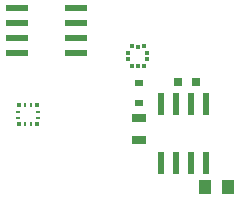
<source format=gtp>
G04 #@! TF.FileFunction,Paste,Top*
%FSLAX46Y46*%
G04 Gerber Fmt 4.6, Leading zero omitted, Abs format (unit mm)*
G04 Created by KiCad (PCBNEW 4.0.7) date 02/03/18 21:49:53*
%MOMM*%
%LPD*%
G01*
G04 APERTURE LIST*
%ADD10C,0.100000*%
%ADD11R,0.300000X0.400000*%
%ADD12R,0.250000X0.400000*%
%ADD13R,0.400000X0.250000*%
%ADD14R,0.800000X0.600000*%
%ADD15R,0.400000X0.300000*%
%ADD16R,1.300000X0.700000*%
%ADD17R,1.970000X0.600000*%
%ADD18R,1.000000X1.250000*%
%ADD19R,0.800000X0.750000*%
%ADD20R,0.600000X1.970000*%
G04 APERTURE END LIST*
D10*
D11*
X16213400Y-28953800D03*
D12*
X16753400Y-28948800D03*
X17253400Y-28948800D03*
D11*
X17793400Y-28953800D03*
D13*
X17833400Y-28403800D03*
X17833400Y-27903800D03*
D11*
X17793400Y-27353800D03*
D12*
X17253400Y-27358800D03*
X16753400Y-27358800D03*
D11*
X16213400Y-27353800D03*
D13*
X16173400Y-27903800D03*
X16173400Y-28403800D03*
D14*
X26390000Y-27140000D03*
X26390000Y-25440000D03*
D11*
X25790000Y-24010000D03*
X26300000Y-24000000D03*
X26810000Y-24010000D03*
D15*
X27100000Y-22940000D03*
X27100000Y-23450000D03*
D11*
X26810000Y-22380000D03*
X26300000Y-22400000D03*
X25790000Y-22380000D03*
D15*
X25500000Y-23450000D03*
X25500000Y-22940000D03*
D16*
X26433600Y-28435200D03*
X26433600Y-30335200D03*
D17*
X21065000Y-22915000D03*
X21065000Y-21645000D03*
X21065000Y-20375000D03*
X21065000Y-19105000D03*
X16115000Y-19105000D03*
X16115000Y-20375000D03*
X16115000Y-21645000D03*
X16115000Y-22915000D03*
D18*
X33963600Y-34265200D03*
X31963600Y-34265200D03*
D19*
X31213600Y-25365200D03*
X29713600Y-25365200D03*
D20*
X28258600Y-32240200D03*
X29528600Y-32240200D03*
X30798600Y-32240200D03*
X32068600Y-32240200D03*
X32068600Y-27290200D03*
X30798600Y-27290200D03*
X29528600Y-27290200D03*
X28258600Y-27290200D03*
M02*

</source>
